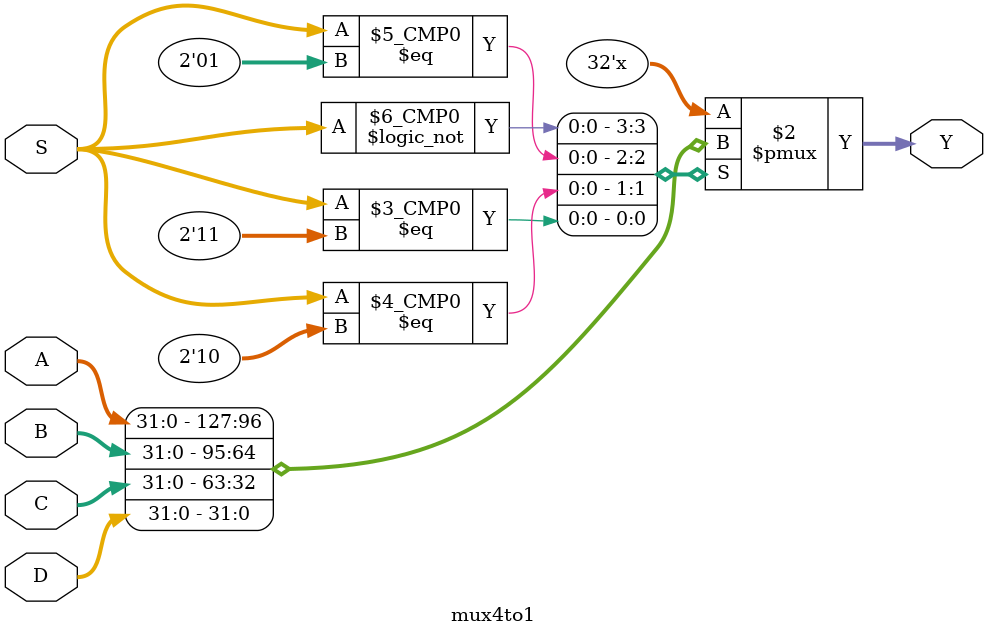
<source format=sv>

module mux4to1 (
  	input wire[31:0] A, 
  	input wire[31:0] B,
  	input wire[31:0] C, 
  	input wire[31:0] D,
  	input wire[1:0] S,
  	output reg[31:0] Y
);

  	always @(*)
    begin
      	case(S)
        	0 : Y = A;
        	1 : Y = B;
           	2 : Y = C;
        	3 : Y = D;
        endcase      
    end  
    
endmodule
</source>
